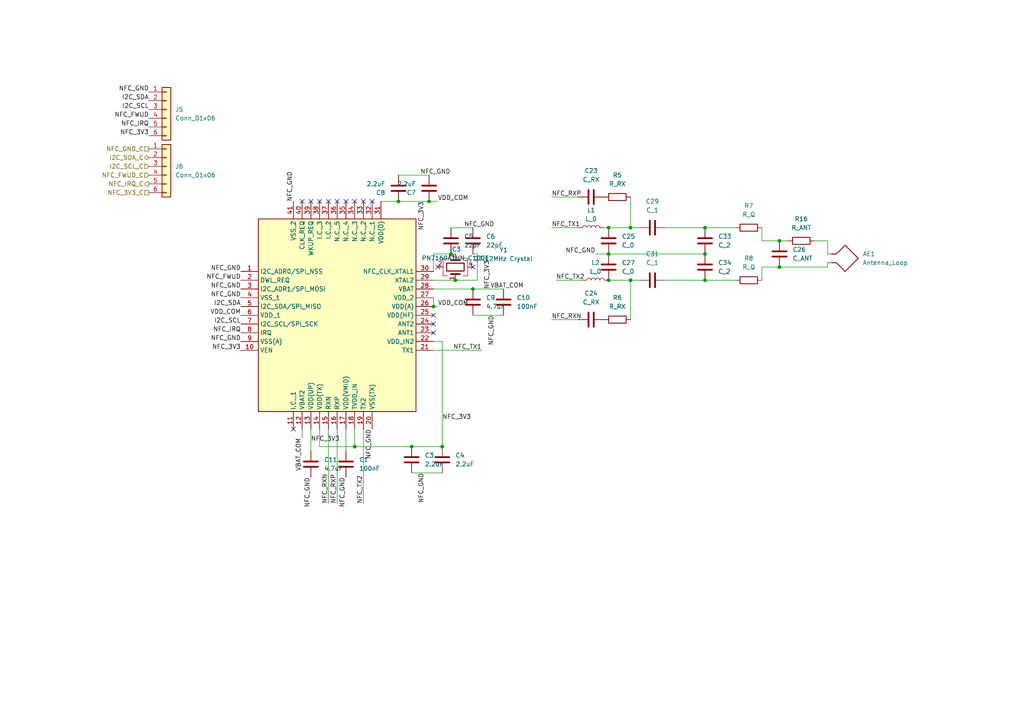
<source format=kicad_sch>
(kicad_sch (version 20250114) (generator "eeschema") (generator_version "9.0")
  (paper "A4")
  (title_block (title "NFC Components"))
  (lib_symbols
    (symbol "Connector_Generic:Conn_01x06" (pin_names (offset 1.016) (hide yes))
      (property "Reference" "J" (at 0 7.62 0))
      (property "Value" "Conn_01x06" (at 0 -10.16 0))
      (symbol "Conn_01x06_1_1"
        (rectangle (start -1.27 6.35) (end 1.27 -8.89) (stroke (width 0.254)) (fill (type background)))
        (rectangle (start -1.27 5.207) (end 0 4.953) (stroke (width 0.1524)))
        (rectangle (start -1.27 2.667) (end 0 2.413) (stroke (width 0.1524)))
        (rectangle (start -1.27 0.127) (end 0 -0.127) (stroke (width 0.1524)))
        (rectangle (start -1.27 -2.413) (end 0 -2.667) (stroke (width 0.1524)))
        (rectangle (start -1.27 -4.953) (end 0 -5.207) (stroke (width 0.1524)))
        (rectangle (start -1.27 -7.493) (end 0 -7.747) (stroke (width 0.1524)))
        (pin passive line (at -5.08 5.08 0) (length 3.81) (name "Pin_1") (number "1"))
        (pin passive line (at -5.08 2.54 0) (length 3.81) (name "Pin_2") (number "2"))
        (pin passive line (at -5.08 0 0) (length 3.81) (name "Pin_3") (number "3"))
        (pin passive line (at -5.08 -2.54 0) (length 3.81) (name "Pin_4") (number "4"))
        (pin passive line (at -5.08 -5.08 0) (length 3.81) (name "Pin_5") (number "5"))
        (pin passive line (at -5.08 -7.62 0) (length 3.81) (name "Pin_6") (number "6"))
      )
    )
    (symbol "Device:Antenna_Loop" (pin_numbers (hide yes)) (pin_names (offset 1.016) (hide yes))
      (property "Reference" "AE" (at 1.27 6.35 0))
      (property "Value" "Antenna_Loop" (at 1.27 5.08 0))
      (symbol "Antenna_Loop_0_1"
        (polyline (pts (xy 2.54 -3.81) (xy 2.54 -2.54) (xy 5.08 0) (xy 1.27 3.81) (xy -2.54 0) (xy 0 -2.54) (xy 0 -3.81)) (stroke (width 0.254)))
      )
      (symbol "Antenna_Loop_1_1"
        (pin input line (at 0 -5.08 90) (length 2.54) (name "~") (number "1"))
        (pin input line (at 2.54 -5.08 90) (length 2.54) (name "~") (number "2"))
      )
    )
    (symbol "Device:C" (pin_numbers (hide yes)) (pin_names (offset 0.254))
      (property "Reference" "C" (at 0.635 2.54 0))
      (property "Value" "C" (at 0.635 -2.54 0))
      (symbol "C_0_1"
        (polyline (pts (xy -2.032 0.762) (xy 2.032 0.762)) (stroke (width 0.508)))
        (polyline (pts (xy -2.032 -0.762) (xy 2.032 -0.762)) (stroke (width 0.508)))
      )
      (symbol "C_1_1"
        (pin passive line (at 0 3.81 270) (length 2.794) (name "~") (number "1"))
        (pin passive line (at 0 -3.81 90) (length 2.794) (name "~") (number "2"))
      )
    )
    (symbol "Device:Crystal_GND24" (pin_names (offset 1.016) (hide yes))
      (property "Reference" "Y" (at 3.175 5.08 0))
      (property "Value" "Crystal_GND24" (at 3.175 3.175 0))
      (symbol "Crystal_GND24_0_1"
        (polyline (pts (xy -2.54 2.286) (xy -2.54 3.556) (xy 2.54 3.556) (xy 2.54 2.286)))
        (polyline (pts (xy -2.54 0) (xy -2.032 0)))
        (polyline (pts (xy -2.54 -2.286) (xy -2.54 -3.556) (xy 2.54 -3.556) (xy 2.54 -2.286)))
        (polyline (pts (xy -2.032 -1.27) (xy -2.032 1.27)) (stroke (width 0.508)))
        (rectangle (start -1.143 2.54) (end 1.143 -2.54) (stroke (width 0.3048)))
        (polyline (pts (xy 0 3.556) (xy 0 3.81)))
        (polyline (pts (xy 0 -3.81) (xy 0 -3.556)))
        (polyline (pts (xy 2.032 0) (xy 2.54 0)))
        (polyline (pts (xy 2.032 -1.27) (xy 2.032 1.27)) (stroke (width 0.508)))
      )
      (symbol "Crystal_GND24_1_1"
        (pin passive line (at -3.81 0 0) (length 1.27) (name "1") (number "1"))
        (pin passive line (at 0 5.08 270) (length 1.27) (name "2") (number "2"))
        (pin passive line (at 0 -5.08 90) (length 1.27) (name "4") (number "4"))
        (pin passive line (at 3.81 0 180) (length 1.27) (name "3") (number "3"))
      )
    )
    (symbol "Device:L" (pin_numbers (hide yes)) (pin_names (offset 1.016) (hide yes))
      (property "Reference" "L" (at -1.27 0 90))
      (property "Value" "L" (at 1.905 0 90))
      (symbol "L_0_1"
        (arc (start 0 2.54) (mid 0.6323 1.905) (end 0 1.27))
        (arc (start 0 1.27) (mid 0.6323 0.635) (end 0 0))
        (arc (start 0 0) (mid 0.6323 -0.635) (end 0 -1.27))
        (arc (start 0 -1.27) (mid 0.6323 -1.905) (end 0 -2.54))
      )
      (symbol "L_1_1"
        (pin passive line (at 0 3.81 270) (length 1.27) (name "1") (number "1"))
        (pin passive line (at 0 -3.81 90) (length 1.27) (name "2") (number "2"))
      )
    )
    (symbol "Device:R" (pin_numbers (hide yes)) (pin_names (offset 0))
      (property "Reference" "R" (at 2.032 0 90))
      (property "Value" "R" (at 0 0 90))
      (symbol "R_0_1"
        (rectangle (start -1.016 -2.54) (end 1.016 2.54) (stroke (width 0.254)))
      )
      (symbol "R_1_1"
        (pin passive line (at 0 3.81 270) (length 1.27) (name "~") (number "1"))
        (pin passive line (at 0 -3.81 90) (length 1.27) (name "~") (number "2"))
      )
    )
    (symbol "PN7160A1HN_C100E:PN7160A1HN_C100E"
      (property "Reference" "IC" (at 52.07 20.32 0))
      (property "Value" "PN7160A1HN_C100E" (at 52.07 17.78 0))
      (symbol "PN7160A1HN_C100E_1_1"
        (rectangle (start 5.08 15.24) (end 50.8 -40.64) (stroke (width 0.254)) (fill (type background)))
        (pin passive line (at 0 0 0) (length 5.08) (name "I2C_ADR0/SPI_NSS") (number "1"))
        (pin passive line (at 0 -2.54 0) (length 5.08) (name "DWL_REQ") (number "2"))
        (pin passive line (at 0 -5.08 0) (length 5.08) (name "I2C_ADR1/SPI_MOSI") (number "3"))
        (pin passive line (at 0 -7.62 0) (length 5.08) (name "VSS_1") (number "4"))
        (pin passive line (at 0 -10.16 0) (length 5.08) (name "I2C_SDA/SPI_MISO") (number "5"))
        (pin passive line (at 0 -12.7 0) (length 5.08) (name "VDD_1") (number "6"))
        (pin passive line (at 0 -15.24 0) (length 5.08) (name "I2C_SCL/SPI_SCK") (number "7"))
        (pin passive line (at 0 -17.78 0) (length 5.08) (name "IRQ") (number "8"))
        (pin passive line (at 0 -20.32 0) (length 5.08) (name "VSS(A)") (number "9"))
        (pin passive line (at 0 -22.86 0) (length 5.08) (name "VEN") (number "10"))
        (pin passive line (at 15.24 20.32 270) (length 5.08) (name "VSS_2") (number "41"))
        (pin passive line (at 15.24 -45.72 90) (length 5.08) (name "I.C._1") (number "11"))
        (pin passive line (at 17.78 20.32 270) (length 5.08) (name "CLK_REQ") (number "40"))
        (pin passive line (at 17.78 -45.72 90) (length 5.08) (name "VBAT2") (number "12"))
        (pin passive line (at 20.32 20.32 270) (length 5.08) (name "WKUP_REQ") (number "39"))
        (pin passive line (at 20.32 -45.72 90) (length 5.08) (name "VDD(UP)") (number "13"))
        (pin passive line (at 22.86 20.32 270) (length 5.08) (name "I.C._3") (number "38"))
        (pin passive line (at 22.86 -45.72 90) (length 5.08) (name "VDD(TX)") (number "14"))
        (pin passive line (at 25.4 20.32 270) (length 5.08) (name "I.C._2") (number "37"))
        (pin passive line (at 25.4 -45.72 90) (length 5.08) (name "RXN") (number "15"))
        (pin passive line (at 27.94 20.32 270) (length 5.08) (name "N.C._5") (number "36"))
        (pin passive line (at 27.94 -45.72 90) (length 5.08) (name "RXP") (number "16"))
        (pin passive line (at 30.48 20.32 270) (length 5.08) (name "N.C._4") (number "35"))
        (pin passive line (at 30.48 -45.72 90) (length 5.08) (name "VDD(VMID)") (number "17"))
        (pin passive line (at 33.02 20.32 270) (length 5.08) (name "N.C._3") (number "34"))
        (pin passive line (at 33.02 -45.72 90) (length 5.08) (name "TVDD_IN") (number "18"))
        (pin passive line (at 35.56 20.32 270) (length 5.08) (name "N.C._2") (number "33"))
        (pin passive line (at 35.56 -45.72 90) (length 5.08) (name "TX2") (number "19"))
        (pin passive line (at 38.1 20.32 270) (length 5.08) (name "N.C._1") (number "32"))
        (pin passive line (at 38.1 -45.72 90) (length 5.08) (name "VSS(TX)") (number "20"))
        (pin passive line (at 40.64 20.32 270) (length 5.08) (name "VDD(D)") (number "31"))
        (pin passive line (at 55.88 0 180) (length 5.08) (name "NFC_CLK_XTAL1") (number "30"))
        (pin passive line (at 55.88 -2.54 180) (length 5.08) (name "XTAL2") (number "29"))
        (pin passive line (at 55.88 -5.08 180) (length 5.08) (name "VBAT") (number "28"))
        (pin passive line (at 55.88 -7.62 180) (length 5.08) (name "VDD_2") (number "27"))
        (pin passive line (at 55.88 -10.16 180) (length 5.08) (name "VDD(A)") (number "26"))
        (pin passive line (at 55.88 -12.7 180) (length 5.08) (name "VDD(HF)") (number "25"))
        (pin passive line (at 55.88 -15.24 180) (length 5.08) (name "ANT2") (number "24"))
        (pin passive line (at 55.88 -17.78 180) (length 5.08) (name "ANT1") (number "23"))
        (pin passive line (at 55.88 -20.32 180) (length 5.08) (name "VDD_IN2") (number "22"))
        (pin passive line (at 55.88 -22.86 180) (length 5.08) (name "TX1") (number "21"))
      )
    )
  )
  (junction (at 130.81 73.66))
  (junction (at 132.08 81.28))
  (junction (at 204.47 66.04))
  (junction (at 226.06 77.47))
  (junction (at 204.47 73.66))
  (junction (at 182.88 81.28))
  (junction (at 176.53 73.66))
  (junction (at 102.87 129.54))
  (junction (at 176.53 81.28))
  (junction (at 176.53 66.04))
  (junction (at 204.47 81.28))
  (junction (at 125.73 88.9))
  (junction (at 115.57 58.42))
  (junction (at 128.27 129.54))
  (junction (at 137.16 83.82))
  (junction (at 226.06 69.85))
  (junction (at 119.38 129.54))
  (junction (at 124.46 58.42))
  (junction (at 182.88 66.04))
  (no_connect (at 102.87 58.42))
  (no_connect (at 92.71 58.42))
  (no_connect (at 125.73 93.98))
  (no_connect (at 97.79 58.42))
  (no_connect (at 107.95 58.42))
  (no_connect (at 95.25 58.42))
  (no_connect (at 100.33 58.42))
  (no_connect (at 105.41 58.42))
  (no_connect (at 125.73 96.52))
  (no_connect (at 87.63 58.42))
  (no_connect (at 127 77.47))
  (no_connect (at 125.73 91.44))
  (no_connect (at 85.09 124.46))
  (no_connect (at 90.17 58.42))
  (no_connect (at 137.16 77.47))
  (wire (pts (xy 240.03 76.2) (xy 240.03 77.47)))
  (wire (pts (xy 110.49 58.42) (xy 115.57 58.42)))
  (wire (pts (xy 160.02 92.71) (xy 167.64 92.71)))
  (wire (pts (xy 87.63 124.46) (xy 87.63 127)))
  (wire (pts (xy 193.04 66.04) (xy 204.47 66.04)))
  (wire (pts (xy 95.25 124.46) (xy 95.25 146.05)))
  (wire (pts (xy 115.57 58.42) (xy 124.46 58.42)))
  (wire (pts (xy 160.02 66.04) (xy 167.64 66.04)))
  (wire (pts (xy 138.43 73.66) (xy 138.43 81.28)))
  (wire (pts (xy 132.08 73.66) (xy 130.81 73.66)))
  (wire (pts (xy 182.88 81.28) (xy 185.42 81.28)))
  (wire (pts (xy 125.73 101.6) (xy 139.7 101.6)))
  (wire (pts (xy 100.33 124.46) (xy 100.33 130.81)))
  (wire (pts (xy 193.04 81.28) (xy 204.47 81.28)))
  (wire (pts (xy 125.73 83.82) (xy 137.16 83.82)))
  (wire (pts (xy 220.98 69.85) (xy 220.98 66.04)))
  (wire (pts (xy 182.88 81.28) (xy 182.88 92.71)))
  (wire (pts (xy 182.88 57.15) (xy 182.88 66.04)))
  (wire (pts (xy 226.06 69.85) (xy 228.6 69.85)))
  (wire (pts (xy 204.47 66.04) (xy 213.36 66.04)))
  (wire (pts (xy 125.73 73.66) (xy 125.73 78.74)))
  (wire (pts (xy 124.46 58.42) (xy 127 58.42)))
  (wire (pts (xy 137.16 83.82) (xy 146.05 83.82)))
  (wire (pts (xy 172.72 73.66) (xy 176.53 73.66)))
  (wire (pts (xy 119.38 129.54) (xy 128.27 129.54)))
  (wire (pts (xy 105.41 124.46) (xy 105.41 146.05)))
  (wire (pts (xy 97.79 124.46) (xy 97.79 146.05)))
  (wire (pts (xy 138.43 73.66) (xy 137.16 73.66)))
  (wire (pts (xy 175.26 66.04) (xy 176.53 66.04)))
  (wire (pts (xy 102.87 129.54) (xy 119.38 129.54)))
  (wire (pts (xy 125.73 86.36) (xy 125.73 88.9)))
  (wire (pts (xy 92.71 129.54) (xy 92.71 124.46)))
  (wire (pts (xy 130.81 73.66) (xy 125.73 73.66)))
  (wire (pts (xy 90.17 124.46) (xy 90.17 130.81)))
  (wire (pts (xy 102.87 129.54) (xy 92.71 129.54)))
  (wire (pts (xy 240.03 77.47) (xy 226.06 77.47)))
  (wire (pts (xy 160.02 57.15) (xy 167.64 57.15)))
  (wire (pts (xy 115.57 50.8) (xy 124.46 50.8)))
  (wire (pts (xy 182.88 66.04) (xy 185.42 66.04)))
  (wire (pts (xy 137.16 91.44) (xy 146.05 91.44)))
  (wire (pts (xy 226.06 77.47) (xy 220.98 77.47)))
  (wire (pts (xy 125.73 88.9) (xy 127 88.9)))
  (wire (pts (xy 204.47 81.28) (xy 213.36 81.28)))
  (wire (pts (xy 130.81 66.04) (xy 137.16 66.04)))
  (wire (pts (xy 176.53 73.66) (xy 204.47 73.66)))
  (wire (pts (xy 119.38 137.16) (xy 128.27 137.16)))
  (wire (pts (xy 220.98 77.47) (xy 220.98 81.28)))
  (wire (pts (xy 176.53 66.04) (xy 182.88 66.04)))
  (wire (pts (xy 128.27 99.06) (xy 128.27 129.54)))
  (wire (pts (xy 240.03 69.85) (xy 240.03 73.66)))
  (wire (pts (xy 132.08 81.28) (xy 138.43 81.28)))
  (wire (pts (xy 125.73 81.28) (xy 132.08 81.28)))
  (wire (pts (xy 161.29 81.28) (xy 168.91 81.28)))
  (wire (pts (xy 176.53 81.28) (xy 182.88 81.28)))
  (wire (pts (xy 226.06 69.85) (xy 220.98 69.85)))
  (wire (pts (xy 125.73 99.06) (xy 128.27 99.06)))
  (wire (pts (xy 102.87 124.46) (xy 102.87 129.54)))
  (wire (pts (xy 236.22 69.85) (xy 240.03 69.85)))
  (label "NFC_TX2" (at 161.29 81.28 0))
  (label "NFC_GND" (at 69.85 86.36 180))
  (label "NFC_GND" (at 90.17 138.43 270))
  (label "NFC_FWUD" (at 43.18 34.29 180))
  (label "NFC_GND" (at 43.18 26.67 180))
  (label "NFC_3V3" (at 69.85 101.6 180))
  (label "NFC_TX1" (at 160.02 66.04 0))
  (label "NFC_GND" (at 69.85 99.06 180))
  (label "NFC_GND" (at 100.33 138.43 270))
  (label "VBAT_COM" (at 142.24 83.82 0))
  (label "NFC_GND" (at 107.95 124.46 270))
  (label "NFC_GND" (at 69.85 78.74 180))
  (label "NFC_RXP" (at 160.02 57.15 0))
  (label "NFC_3V3" (at 128.27 121.92 0))
  (label "NFC_GND" (at 85.09 58.42 90))
  (label "NFC_GND" (at 123.19 137.16 270))
  (label "I2C_SDA" (at 69.85 88.9 180))
  (label "NFC_3V3" (at 90.17 128.27 0))
  (label "I2C_SCL" (at 43.18 31.75 180))
  (label "NFC_RXP" (at 97.79 146.05 90))
  (label "VBAT_COM" (at 87.63 127 270))
  (label "NFC_GND" (at 143.51 91.44 270))
  (label "NFC_TX2" (at 105.41 146.05 90))
  (label "NFC_FWUD" (at 69.85 81.28 180))
  (label "NFC_3V3" (at 123.19 58.42 270))
  (label "NFC_TX1" (at 139.7 101.6 180))
  (label "NFC_IRQ" (at 43.18 36.83 180))
  (label "NFC_RXN" (at 160.02 92.71 0))
  (label "I2C_SCL" (at 69.85 93.98 180))
  (label "VDD_COM" (at 127 88.9 0))
  (label "I2C_SDA" (at 43.18 29.21 180))
  (label "NFC_GND" (at 172.72 73.66 180))
  (label "NFC_GND" (at 69.85 83.82 180))
  (label "NFC_3V3" (at 43.18 39.37 180))
  (label "VDD_COM" (at 127 58.42 0))
  (label "VDD_COM" (at 69.85 91.44 180))
  (label "NFC_GND" (at 121.92 50.8 0))
  (label "NFC_RXN" (at 95.25 146.05 90))
  (label "NFC_3V3" (at 142.24 83.82 90))
  (label "NFC_IRQ" (at 69.85 96.52 180))
  (label "NFC_GND" (at 134.62 66.04 0))
  (hierarchical_label "NFC_FWUD_C" (shape input) (at 43.18 50.8 180))
  (hierarchical_label "I2C_SCL_C" (shape input) (at 43.18 48.26 180))
  (hierarchical_label "NFC_IRQ_C" (shape output) (at 43.18 53.34 180))
  (hierarchical_label "I2C_SDA_C" (shape bidirectional) (at 43.18 45.72 180))
  (hierarchical_label "NFC_3V3_C" (shape passive) (at 43.18 55.88 180))
  (hierarchical_label "NFC_GND_C" (shape passive) (at 43.18 43.18 180))
  (symbol (lib_id "Device:R") (at 217.17 66.04 90) (unit 1)
    (property "Reference" "R7" (at 217.17 59.69 90))
    (property "Value" "R_Q" (at 217.17 62.23 90))
    (property "Footprint" "Resistor_SMD:R_0402_1005Metric" (effects (hide yes)))
    (property "Description" "Resistor" (effects (hide yes)))
  )
  (symbol (lib_id "Device:C") (at 146.05 87.63 0) (unit 1)
    (property "Reference" "C10" (at 149.86 86.3599 0) (effects (justify left)))
    (property "Value" "100nF" (at 149.86 88.8999 0) (effects (justify left)))
    (property "Footprint" "Capacitor_SMD:C_0402_1005Metric" (effects (hide yes)))
    (property "Description" "Unpolarized capacitor" (effects (hide yes)))
  )
  (symbol (lib_id "Device:Crystal_GND24") (at 132.08 77.47 90) (unit 1)
    (property "Reference" "Y1" (at 146.05 72.5168 90))
    (property "Value" "27.12MHz Crystal" (at 146.05 75.0568 90))
    (property "Footprint" "Crystal:Crystal_SMD_2016-4Pin_2.0x1.6mm" (effects (hide yes)))
    (property "Description" "Four pin crystal, GND on pins 2 and 4" (effects (hide yes)))
  )
  (symbol (lib_id "Device:R") (at 179.07 92.71 90) (unit 1)
    (property "Reference" "R6" (at 179.07 86.36 90))
    (property "Value" "R_RX" (at 179.07 88.9 90))
    (property "Footprint" "Resistor_SMD:R_0402_1005Metric" (effects (hide yes)))
    (property "Description" "Resistor" (effects (hide yes)))
  )
  (symbol (lib_id "Device:C") (at 128.27 133.35 0) (unit 1)
    (property "Reference" "C4" (at 132.08 132.0799 0) (effects (justify left)))
    (property "Value" "2.2uF" (at 132.08 134.6199 0) (effects (justify left)))
    (property "Footprint" "Capacitor_SMD:C_0402_1005Metric" (effects (hide yes)))
    (property "Description" "Unpolarized capacitor" (effects (hide yes)))
  )
  (symbol (lib_id "Device:C") (at 90.17 134.62 0) (unit 1)
    (property "Reference" "C11" (at 93.98 133.3499 0) (effects (justify left)))
    (property "Value" "4.7uF" (at 93.98 135.8899 0) (effects (justify left)))
    (property "Footprint" "Capacitor_SMD:C_0402_1005Metric" (effects (hide yes)))
    (property "Description" "Unpolarized capacitor" (effects (hide yes)))
  )
  (symbol (lib_id "Device:C") (at 124.46 54.61 180) (unit 1)
    (property "Reference" "C7" (at 120.65 55.8801 0) (effects (justify left)))
    (property "Value" "2.2uF" (at 120.65 53.3401 0) (effects (justify left)))
    (property "Footprint" "Capacitor_SMD:C_0402_1005Metric" (effects (hide yes)))
    (property "Description" "Unpolarized capacitor" (effects (hide yes)))
  )
  (symbol (lib_id "Device:C") (at 119.38 133.35 0) (unit 1)
    (property "Reference" "C3" (at 123.19 132.0799 0) (effects (justify left)))
    (property "Value" "2.2uF" (at 123.19 134.6199 0) (effects (justify left)))
    (property "Footprint" "Capacitor_SMD:C_0402_1005Metric" (effects (hide yes)))
    (property "Description" "Unpolarized capacitor" (effects (hide yes)))
  )
  (symbol (lib_id "Device:C") (at 171.45 57.15 90) (unit 1)
    (property "Reference" "C23" (at 171.45 49.53 90))
    (property "Value" "C_RX" (at 171.45 52.07 90))
    (property "Footprint" "Capacitor_SMD:C_0402_1005Metric" (effects (hide yes)))
    (property "Description" "Unpolarized capacitor" (effects (hide yes)))
  )
  (symbol (lib_id "Device:C") (at 176.53 69.85 0) (unit 1)
    (property "Reference" "C25" (at 180.34 68.5799 0) (effects (justify left)))
    (property "Value" "C_0" (at 180.34 71.1199 0) (effects (justify left)))
    (property "Footprint" "Capacitor_SMD:C_0402_1005Metric" (effects (hide yes)))
    (property "Description" "Unpolarized capacitor" (effects (hide yes)))
  )
  (symbol (lib_id "Device:R") (at 179.07 57.15 90) (unit 1)
    (property "Reference" "R5" (at 179.07 50.8 90))
    (property "Value" "R_RX" (at 179.07 53.34 90))
    (property "Footprint" "Resistor_SMD:R_0402_1005Metric" (effects (hide yes)))
    (property "Description" "Resistor" (effects (hide yes)))
  )
  (symbol (lib_id "Device:L") (at 172.72 81.28 90) (unit 1)
    (property "Reference" "L2" (at 172.72 76.2 90))
    (property "Value" "L_0" (at 172.72 78.74 90))
    (property "Footprint" "Inductor_SMD:L_0402_1005Metric" (effects (hide yes)))
    (property "Description" "Inductor" (effects (hide yes)))
  )
  (symbol (lib_id "Device:C") (at 189.23 66.04 90) (unit 1)
    (property "Reference" "C29" (at 189.23 58.42 90))
    (property "Value" "C_1" (at 189.23 60.96 90))
    (property "Footprint" "Capacitor_SMD:C_0402_1005Metric" (effects (hide yes)))
    (property "Description" "Unpolarized capacitor" (effects (hide yes)))
  )
  (symbol (lib_id "Connector_Generic:Conn_01x06") (at 48.26 48.26 0) (unit 1)
    (property "Reference" "J6" (at 50.8 48.2599 0) (effects (justify left)))
    (property "Value" "Conn_01x06" (at 50.8 50.7999 0) (effects (justify left)))
    (property "Footprint" "Connector_JST:JST_PH_B6B-PH-K_1x06_P2.00mm_Vertical" (effects (hide yes)))
    (property "Description" "Generic connector, single row, 01x06, script generated (kicad-library-utils/schlib/autogen/connector/)" (effects (hide yes)))
  )
  (symbol (lib_id "Device:R") (at 217.17 81.28 90) (unit 1)
    (property "Reference" "R8" (at 217.17 74.93 90))
    (property "Value" "R_Q" (at 217.17 77.47 90))
    (property "Footprint" "Resistor_SMD:R_0402_1005Metric" (effects (hide yes)))
    (property "Description" "Resistor" (effects (hide yes)))
  )
  (symbol (lib_id "Device:C") (at 130.81 69.85 0) (unit 1)
    (property "Reference" "C5" (at 134.62 68.5799 0) (effects (justify left)))
    (property "Value" "22pF" (at 134.62 71.1199 0) (effects (justify left)))
    (property "Footprint" "Capacitor_SMD:C_0402_1005Metric" (effects (hide yes)))
    (property "Description" "Unpolarized capacitor" (effects (hide yes)))
  )
  (symbol (lib_id "Device:C") (at 137.16 69.85 0) (unit 1)
    (property "Reference" "C6" (at 140.97 68.5799 0) (effects (justify left)))
    (property "Value" "22pF" (at 140.97 71.1199 0) (effects (justify left)))
    (property "Footprint" "Capacitor_SMD:C_0402_1005Metric" (effects (hide yes)))
    (property "Description" "Unpolarized capacitor" (effects (hide yes)))
  )
  (symbol (lib_id "Device:C") (at 204.47 69.85 0) (unit 1)
    (property "Reference" "C33" (at 208.28 68.5799 0) (effects (justify left)))
    (property "Value" "C_2" (at 208.28 71.1199 0) (effects (justify left)))
    (property "Footprint" "Capacitor_SMD:C_0402_1005Metric" (effects (hide yes)))
    (property "Description" "Unpolarized capacitor" (effects (hide yes)))
  )
  (symbol (lib_id "Device:C") (at 171.45 92.71 90) (unit 1)
    (property "Reference" "C24" (at 171.45 85.09 90))
    (property "Value" "C_RX" (at 171.45 87.63 90))
    (property "Footprint" "Capacitor_SMD:C_0402_1005Metric" (effects (hide yes)))
    (property "Description" "Unpolarized capacitor" (effects (hide yes)))
  )
  (symbol (lib_id "Device:C") (at 137.16 87.63 0) (unit 1)
    (property "Reference" "C9" (at 140.97 86.3599 0) (effects (justify left)))
    (property "Value" "4.7uF" (at 140.97 88.8999 0) (effects (justify left)))
    (property "Footprint" "Capacitor_SMD:C_0402_1005Metric" (effects (hide yes)))
    (property "Description" "Unpolarized capacitor" (effects (hide yes)))
  )
  (symbol (lib_id "Device:C") (at 115.57 54.61 180) (unit 1)
    (property "Reference" "C8" (at 111.76 55.8801 0) (effects (justify left)))
    (property "Value" "2.2uF" (at 111.76 53.3401 0) (effects (justify left)))
    (property "Footprint" "Capacitor_SMD:C_0402_1005Metric" (effects (hide yes)))
    (property "Description" "Unpolarized capacitor" (effects (hide yes)))
  )
  (symbol (lib_id "Device:C") (at 100.33 134.62 0) (unit 1)
    (property "Reference" "C1" (at 104.14 133.3499 0) (effects (justify left)))
    (property "Value" "100nF" (at 104.14 135.8899 0) (effects (justify left)))
    (property "Footprint" "Capacitor_SMD:C_0402_1005Metric" (effects (hide yes)))
    (property "Description" "Unpolarized capacitor" (effects (hide yes)))
  )
  (symbol (lib_id "Device:C") (at 189.23 81.28 90) (unit 1)
    (property "Reference" "C31" (at 189.23 73.66 90))
    (property "Value" "C_1" (at 189.23 76.2 90))
    (property "Footprint" "Capacitor_SMD:C_0402_1005Metric" (effects (hide yes)))
    (property "Description" "Unpolarized capacitor" (effects (hide yes)))
  )
  (symbol (lib_id "Device:L") (at 171.45 66.04 90) (unit 1)
    (property "Reference" "L1" (at 171.45 60.96 90))
    (property "Value" "L_0" (at 171.45 63.5 90))
    (property "Footprint" "Inductor_SMD:L_0402_1005Metric" (effects (hide yes)))
    (property "Description" "Inductor" (effects (hide yes)))
  )
  (symbol (lib_id "Device:Antenna_Loop") (at 245.11 73.66 270) (unit 1)
    (property "Reference" "AE1" (at 250.19 73.6599 90) (effects (justify left)))
    (property "Value" "Antenna_Loop" (at 250.19 76.1999 90) (effects (justify left)))
    (property "Footprint" "footprints:NFC" (effects (hide yes)))
    (property "Description" "Loop antenna" (effects (hide yes)))
  )
  (symbol (lib_id "Device:C") (at 176.53 77.47 0) (unit 1)
    (property "Reference" "C27" (at 180.34 76.1999 0) (effects (justify left)))
    (property "Value" "C_0" (at 180.34 78.7399 0) (effects (justify left)))
    (property "Footprint" "Capacitor_SMD:C_0402_1005Metric" (effects (hide yes)))
    (property "Description" "Unpolarized capacitor" (effects (hide yes)))
  )
  (symbol (lib_id "Device:C") (at 226.06 73.66 0) (unit 1)
    (property "Reference" "C26" (at 229.87 72.3899 0) (effects (justify left)))
    (property "Value" "C_ANT" (at 229.87 74.9299 0) (effects (justify left)))
    (property "Footprint" "Capacitor_SMD:C_0402_1005Metric" (effects (hide yes)))
    (property "Description" "Unpolarized capacitor" (effects (hide yes)))
  )
  (symbol (lib_id "Device:C") (at 204.47 77.47 0) (unit 1)
    (property "Reference" "C34" (at 208.28 76.1999 0) (effects (justify left)))
    (property "Value" "C_2" (at 208.28 78.7399 0) (effects (justify left)))
    (property "Footprint" "Capacitor_SMD:C_0402_1005Metric" (effects (hide yes)))
    (property "Description" "Unpolarized capacitor" (effects (hide yes)))
  )
  (symbol (lib_id "PN7160A1HN_C100E:PN7160A1HN_C100E") (at 69.85 78.74 0) (unit 1)
    (property "Reference" "IC3" (at 132.08 72.3198 0))
    (property "Value" "PN7160A1HN_C100E" (at 132.08 74.8598 0))
    (property "Footprint" "footprints:QFN50P600X600X100-41N-D" (effects (hide yes)))
    (property "Datasheet" "https://www.nxp.com/docs/en/data-sheet/PN7160_PN7161.pdf" (effects (hide yes)))
    (property "Description" "NFC/RFID Tags & Transponders NFC Plug and Play Controller with Integrated Firmware and NCI Interface" (effects (hide yes)))
    (property "Height" "1" (effects (hide yes)))
    (property "Manufacturer_Name" "NXP" (effects (hide yes)))
    (property "Manufacturer_Part_Number" "PN7160A1HN/C100E" (effects (hide yes)))
    (property "Mouser Part Number" "771-PN7160A1HN/C100E" (effects (hide yes)))
    (property "Mouser Price/Stock" "https://www.mouser.co.uk/ProductDetail/NXP-Semiconductors/PN7160A1HN-C100E?qs=A6eO%252BMLsxmTVDOGz3YvVLA%3D%3D" (effects (hide yes)))
    (property "Arrow Part Number" "PN7160A1HN/C100E" (effects (hide yes)))
    (property "Arrow Price/Stock" "https://www.arrow.com/en/products/pn7160a1hnc100e/nxp-semiconductors?utm_currency=USD&region=nac" (effects (hide yes)))
  )
  (symbol (lib_id "Connector_Generic:Conn_01x06") (at 48.26 31.75 0) (unit 1)
    (property "Reference" "J5" (at 50.8 31.7499 0) (effects (justify left)))
    (property "Value" "Conn_01x06" (at 50.8 34.2899 0) (effects (justify left)))
    (property "Footprint" "Connector_JST:JST_PH_B6B-PH-K_1x06_P2.00mm_Vertical" (effects (hide yes)))
    (property "Description" "Generic connector, single row, 01x06, script generated (kicad-library-utils/schlib/autogen/connector/)" (effects (hide yes)))
  )
  (symbol (lib_id "Device:R") (at 232.41 69.85 90) (unit 1)
    (property "Reference" "R16" (at 232.41 63.5 90))
    (property "Value" "R_ANT" (at 232.41 66.04 90))
    (property "Footprint" "Resistor_SMD:R_0402_1005Metric" (effects (hide yes)))
    (property "Description" "Resistor" (effects (hide yes)))
  )
)
</source>
